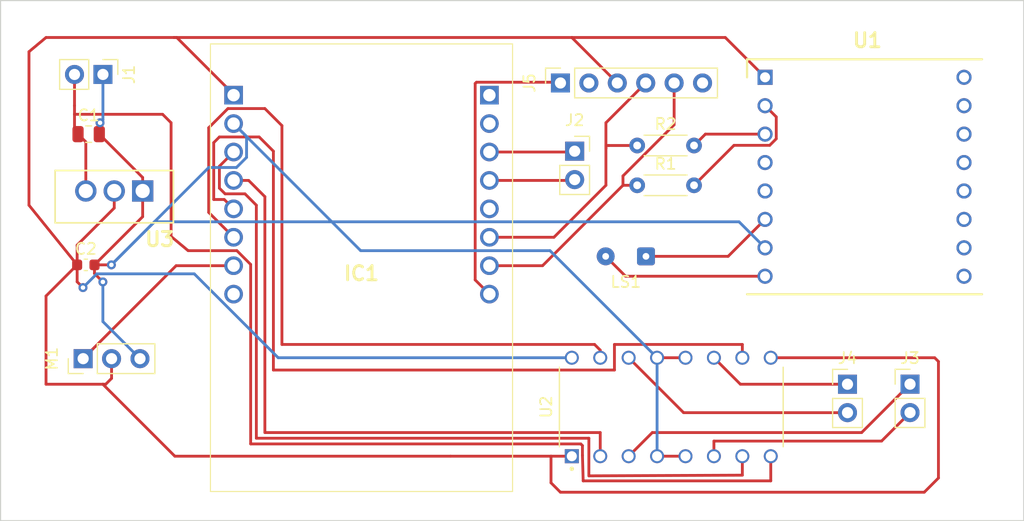
<source format=kicad_pcb>
(kicad_pcb (version 20211014) (generator pcbnew)
  (layers (0 "F.Cu" signal) (31 "B.Cu" signal) (34 "B.Paste" user) (35 "F.Paste" user) (36 "B.SilkS" user "B.Silkscreen") (37 "F.SilkS" user "F.Silkscreen") (38 "B.Mask" user) (39 "F.Mask" user) (44 "Edge.Cuts" user))
  (net 0 "")
  (net 1 "GND")
  (net 3 "Net-(IC1-Pad2)")
  (net 4 "Net-(IC1-Pad3)")
  (net 5 "Net-(IC1-Pad4)")
  (net 6 "Net-(IC1-Pad5)")
  (net 7 "Net-(IC1-Pad6)")
  (net 11 "Net-(IC1-Pad14)")
  (net 12 "Net-(IC1-Pad15)")
  (net 13 "Net-(J3-Pad1)")
  (net 14 "Net-(J4-Pad2)")
  (net 27 "Net-(U2-Pad8)")
  (net 28 "Net-(U1-Pad1)")
  (net 29 "Net-(J2-Pad1)")
  (net 30 "Net-(J2-Pad2)")
  (net 31 "Net-(J5-Pad1)")
  (net 32 "Net-(U2-Pad6)")
  (net 33 "Net-(U2-Pad11)")
  (net 34 "Net-(U1-Pad6)")
  (net 35 "Net-(U1-Pad8)")
  (net 36 "Net-(U1-Pad3)")
  (net 37 "Net-(U1-Pad2)")
  (footprint "Capacitor_SMD:C_0603_1608Metric" (layer "F.Cu") (at 119.38 97.028)
    (fp_text reference "C2" (at 0 -1.43) (layer "F.SilkS"))
    (fp_text value "1uF")
    (fp_line (start -0.14058 0.51) (end 0.14058 0.51) (layer "F.SilkS") (width 0.12))
    (fp_line (start -0.14058 -0.51) (end 0.14058 -0.51) (layer "F.SilkS") (width 0.12))
    (pad "1" smd roundrect locked (at -0.775 0) (size 0.9 0.95) (layers "F.Cu" "F.Paste" "F.Mask") (net 28 "Net-(U1-Pad1)"))
    (pad "2" smd roundrect locked (at 0.775 0) (size 0.9 0.95) (layers "F.Cu" "F.Paste" "F.Mask") (net 1 "GND"))
  )
  (footprint "Resistor_THT:R_Axial_DIN0204_L3.6mm_D1.6mm_P5.08mm_Horizontal" (layer "F.Cu") (at 168.656 89.916)
    (fp_text reference "R1" (at 2.54 -1.92) (layer "F.SilkS"))
    (fp_text value "1k")
    (fp_line (start 0.62 -0.92) (end 4.46 -0.92) (layer "F.SilkS") (width 0.12))
    (fp_line (start 0.62 0.92) (end 4.46 0.92) (layer "F.SilkS") (width 0.12))
    (pad "1" thru_hole circle locked (at 0 0) (size 1.4 1.4) (drill 0.7) (layers *.Cu *.Mask) (net 12 "Net-(IC1-Pad15)"))
    (pad "2" thru_hole oval locked (at 5.08 0) (size 1.4 1.4) (drill 0.7) (layers *.Cu *.Mask) (net 37 "Net-(U1-Pad2)"))
  )
  (footprint "Connector_PinHeader_2.54mm:PinHeader_1x02_P2.54mm_Vertical" (layer "F.Cu") (at 193.04 107.691)
    (fp_text reference "J3" (at 0 -2.33) (layer "F.SilkS"))
    (fp_text value "Conn_01x02")
    (fp_line (start -1.33 -1.33) (end 0 -1.33) (layer "F.SilkS") (width 0.12))
    (fp_line (start -1.33 1.27) (end -1.33 3.87) (layer "F.SilkS") (width 0.12))
    (fp_line (start -1.33 3.87) (end 1.33 3.87) (layer "F.SilkS") (width 0.12))
    (fp_line (start 1.33 1.27) (end 1.33 3.87) (layer "F.SilkS") (width 0.12))
    (fp_line (start -1.33 0) (end -1.33 -1.33) (layer "F.SilkS") (width 0.12))
    (fp_line (start -1.33 1.27) (end 1.33 1.27) (layer "F.SilkS") (width 0.12))
    (pad "1" thru_hole rect locked (at 0 0) (size 1.7 1.7) (drill 1) (layers *.Cu *.Mask) (net 13 "Net-(J3-Pad1)"))
    (pad "2" thru_hole oval locked (at 0 2.54) (size 1.7 1.7) (drill 1) (layers *.Cu *.Mask) (net 32 "Net-(U2-Pad6)"))
  )
  (footprint "Connector_PinHeader_2.54mm:PinHeader_1x03_P2.54mm_Vertical" (layer "F.Cu") (at 119.141 105.41 90)
    (fp_text reference "M1" (at 0 -2.794 90) (layer "F.SilkS"))
    (fp_text value "Motor_Servo")
    (fp_line (start 1.33 1.27) (end 1.33 6.41) (layer "F.SilkS") (width 0.12))
    (fp_line (start -1.33 0) (end -1.33 -1.33) (layer "F.SilkS") (width 0.12))
    (fp_line (start -1.33 1.27) (end 1.33 1.27) (layer "F.SilkS") (width 0.12))
    (fp_line (start -1.33 -1.33) (end 0 -1.33) (layer "F.SilkS") (width 0.12))
    (fp_line (start -1.33 1.27) (end -1.33 6.41) (layer "F.SilkS") (width 0.12))
    (fp_line (start -1.33 6.41) (end 1.33 6.41) (layer "F.SilkS") (width 0.12))
    (pad "1" thru_hole rect locked (at 0 0 90) (size 1.7 1.7) (drill 1) (layers *.Cu *.Mask) (net 3 "Net-(IC1-Pad2)"))
    (pad "2" thru_hole oval locked (at 0 2.54 90) (size 1.7 1.7) (drill 1) (layers *.Cu *.Mask) (net 28 "Net-(U1-Pad1)"))
    (pad "3" thru_hole oval locked (at 0 5.08 90) (size 1.7 1.7) (drill 1) (layers *.Cu *.Mask) (net 1 "GND"))
  )
  (footprint "DFR0299:DIPS1778W50P254L2100H170Q16N" (layer "F.Cu") (at 180.086 80.264)
    (fp_text reference "U1" (at 9.144 -3.302) (layer "F.SilkS") (effects (font (size 1.27 1.27) (thickness 0.254))))
    (fp_text value "DFR0299" hide)
    (fp_line (start 19.39 -1.61) (end -1.61 -1.61) (layer "F.SilkS") (width 0.2))
    (fp_line (start -1.61 -1.61) (end -1.61 0) (layer "F.SilkS") (width 0.2))
    (fp_line (start -1.61 19.39) (end 19.39 19.39) (layer "F.SilkS") (width 0.2))
    (pad "1" thru_hole rect locked (at 0 0) (size 1.35 1.35) (drill 0.9) (layers *.Cu *.Mask) (net 28 "Net-(U1-Pad1)"))
    (pad "2" thru_hole circle locked (at 0 2.54) (size 1.35 1.35) (drill 0.9) (layers *.Cu *.Mask) (net 37 "Net-(U1-Pad2)"))
    (pad "3" thru_hole circle locked (at 0 5.08) (size 1.35 1.35) (drill 0.9) (layers *.Cu *.Mask) (net 36 "Net-(U1-Pad3)"))
    (pad "4" thru_hole circle locked (at 0 7.62) (size 1.35 1.35) (drill 0.9) (layers *.Cu *.Mask))
    (pad "5" thru_hole circle locked (at 0 10.16) (size 1.35 1.35) (drill 0.9) (layers *.Cu *.Mask))
    (pad "6" thru_hole circle locked (at 0 12.7) (size 1.35 1.35) (drill 0.9) (layers *.Cu *.Mask) (net 34 "Net-(U1-Pad6)"))
    (pad "7" thru_hole circle locked (at 0 15.24) (size 1.35 1.35) (drill 0.9) (layers *.Cu *.Mask) (net 1 "GND"))
    (pad "8" thru_hole circle locked (at 0 17.78) (size 1.35 1.35) (drill 0.9) (layers *.Cu *.Mask) (net 35 "Net-(U1-Pad8)"))
    (pad "9" thru_hole circle locked (at 17.78 17.78) (size 1.35 1.35) (drill 0.9) (layers *.Cu *.Mask))
    (pad "10" thru_hole circle locked (at 17.78 15.24) (size 1.35 1.35) (drill 0.9) (layers *.Cu *.Mask))
    (pad "11" thru_hole circle locked (at 17.78 12.7) (size 1.35 1.35) (drill 0.9) (layers *.Cu *.Mask))
    (pad "12" thru_hole circle locked (at 17.78 10.16) (size 1.35 1.35) (drill 0.9) (layers *.Cu *.Mask))
    (pad "13" thru_hole circle locked (at 17.78 7.62) (size 1.35 1.35) (drill 0.9) (layers *.Cu *.Mask))
    (pad "14" thru_hole circle locked (at 17.78 5.08) (size 1.35 1.35) (drill 0.9) (layers *.Cu *.Mask))
    (pad "15" thru_hole circle locked (at 17.78 2.54) (size 1.35 1.35) (drill 0.9) (layers *.Cu *.Mask))
    (pad "16" thru_hole circle locked (at 17.78 0) (size 1.35 1.35) (drill 0.9) (layers *.Cu *.Mask))
  )
  (footprint "LM1117T-5:TO254P470X1016X2222-3P" (layer "F.Cu") (at 119.38 91.44 180)
    (fp_text reference "U3" (at -6.604 -3.302) (layer "F.SilkS") (effects (font (size 1.27 1.27) (thickness 0.254))))
    (fp_text value "LM1117-5.0" hide)
    (fp_line (start 2.7432 -1.8288) (end -7.8232 -1.8288) (layer "F.SilkS") (width 0.1524))
    (fp_line (start 2.7432 2.8448) (end 2.7432 -1.8288) (layer "F.SilkS") (width 0.1524))
    (fp_line (start -7.8232 2.8448) (end 2.7432 2.8448) (layer "F.SilkS") (width 0.1524))
    (fp_line (start -7.8232 -1.8288) (end -7.8232 2.8448) (layer "F.SilkS") (width 0.1524))
    (pad "1" thru_hole rect locked (at -5.08 1.016 180) (size 1.905 1.905) (drill 1.27) (layers *.Cu *.Mask) (net 1 "GND"))
    (pad "2" thru_hole circle locked (at -2.54 1.016 180) (size 1.905 1.905) (drill 1.27) (layers *.Cu *.Mask) (net 28 "Net-(U1-Pad1)"))
    (pad "3" thru_hole circle locked (at 0 1.016 180) (size 1.905 1.905) (drill 1.27) (layers *.Cu *.Mask) (net 27 "Net-(U2-Pad8)"))
  )
  (footprint "ESP32CAM:ESP32CAM" (layer "F.Cu") (at 132.588 99.642)
    (fp_text reference "IC1" (at 11.43 -1.852) (layer "F.SilkS") (effects (font (size 1.27 1.27) (thickness 0.254))))
    (fp_text value "ESP32-CAM" hide)
    (fp_line (start 24.93 -22.36) (end -2.07 -22.36) (layer "F.SilkS") (width 0.1))
    (fp_line (start -2.07 -22.36) (end -2.07 17.64) (layer "F.SilkS") (width 0.1))
    (fp_line (start -2.07 17.64) (end 24.93 17.64) (layer "F.SilkS") (width 0.1))
    (fp_line (start 24.93 17.64) (end 24.93 -22.36) (layer "F.SilkS") (width 0.1))
    (pad "1" thru_hole circle locked (at 0 0) (size 1.665 1.665) (drill 1.11) (layers *.Cu *.Mask))
    (pad "2" thru_hole circle locked (at 0 -2.54) (size 1.665 1.665) (drill 1.11) (layers *.Cu *.Mask) (net 3 "Net-(IC1-Pad2)"))
    (pad "3" thru_hole circle locked (at 0 -5.08) (size 1.665 1.665) (drill 1.11) (layers *.Cu *.Mask) (net 4 "Net-(IC1-Pad3)"))
    (pad "4" thru_hole circle locked (at 0 -7.62) (size 1.665 1.665) (drill 1.11) (layers *.Cu *.Mask) (net 5 "Net-(IC1-Pad4)"))
    (pad "5" thru_hole circle locked (at 0 -10.16) (size 1.665 1.665) (drill 1.11) (layers *.Cu *.Mask) (net 6 "Net-(IC1-Pad5)"))
    (pad "6" thru_hole circle locked (at 0 -12.7) (size 1.665 1.665) (drill 1.11) (layers *.Cu *.Mask) (net 7 "Net-(IC1-Pad6)"))
    (pad "7" thru_hole circle locked (at 0 -15.24) (size 1.665 1.665) (drill 1.11) (layers *.Cu *.Mask) (net 1 "GND"))
    (pad "8" thru_hole rect locked (at 0 -17.78) (size 1.665 1.665) (drill 1.11) (layers *.Cu *.Mask) (net 28 "Net-(U1-Pad1)"))
    (pad "9" thru_hole rect locked (at 22.86 -17.78) (size 1.665 1.665) (drill 1.11) (layers *.Cu *.Mask))
    (pad "10" thru_hole circle locked (at 22.86 -15.24) (size 1.665 1.665) (drill 1.11) (layers *.Cu *.Mask))
    (pad "11" thru_hole circle locked (at 22.86 -12.7) (size 1.665 1.665) (drill 1.11) (layers *.Cu *.Mask) (net 29 "Net-(J2-Pad1)"))
    (pad "12" thru_hole circle locked (at 22.86 -10.16) (size 1.665 1.665) (drill 1.11) (layers *.Cu *.Mask) (net 30 "Net-(J2-Pad2)"))
    (pad "13" thru_hole circle locked (at 22.86 -7.62) (size 1.665 1.665) (drill 1.11) (layers *.Cu *.Mask))
    (pad "14" thru_hole circle locked (at 22.86 -5.08) (size 1.665 1.665) (drill 1.11) (layers *.Cu *.Mask) (net 11 "Net-(IC1-Pad14)"))
    (pad "15" thru_hole circle locked (at 22.86 -2.54) (size 1.665 1.665) (drill 1.11) (layers *.Cu *.Mask) (net 12 "Net-(IC1-Pad15)"))
    (pad "16" thru_hole circle locked (at 22.86 0) (size 1.665 1.665) (drill 1.11) (layers *.Cu *.Mask) (net 31 "Net-(J5-Pad1)"))
  )
  (footprint "Connector_PinHeader_2.54mm:PinHeader_1x02_P2.54mm_Vertical" (layer "F.Cu") (at 187.452 107.696)
    (fp_text reference "J4" (at 0 -2.33) (layer "F.SilkS"))
    (fp_text value "Conn_01x02")
    (fp_line (start -1.33 1.27) (end -1.33 3.87) (layer "F.SilkS") (width 0.12))
    (fp_line (start 1.33 1.27) (end 1.33 3.87) (layer "F.SilkS") (width 0.12))
    (fp_line (start -1.33 1.27) (end 1.33 1.27) (layer "F.SilkS") (width 0.12))
    (fp_line (start -1.33 -1.33) (end 0 -1.33) (layer "F.SilkS") (width 0.12))
    (fp_line (start -1.33 0) (end -1.33 -1.33) (layer "F.SilkS") (width 0.12))
    (fp_line (start -1.33 3.87) (end 1.33 3.87) (layer "F.SilkS") (width 0.12))
    (pad "1" thru_hole rect locked (at 0 0) (size 1.7 1.7) (drill 1) (layers *.Cu *.Mask) (net 33 "Net-(U2-Pad11)"))
    (pad "2" thru_hole oval locked (at 0 2.54) (size 1.7 1.7) (drill 1) (layers *.Cu *.Mask) (net 14 "Net-(J4-Pad2)"))
  )
  (footprint "Connector_PinSocket_2.54mm:PinSocket_1x02_P2.54mm_Vertical" (layer "F.Cu") (at 163.068 86.868)
    (fp_text reference "J2" (at 0 -2.77) (layer "F.SilkS"))
    (fp_text value "Conn_01x02_Female")
    (fp_line (start -1.33 3.87) (end 1.33 3.87) (layer "F.SilkS") (width 0.12))
    (fp_line (start 1.33 1.27) (end 1.33 3.87) (layer "F.SilkS") (width 0.12))
    (fp_line (start 1.33 -1.33) (end 1.33 0) (layer "F.SilkS") (width 0.12))
    (fp_line (start 0 -1.33) (end 1.33 -1.33) (layer "F.SilkS") (width 0.12))
    (fp_line (start -1.33 1.27) (end -1.33 3.87) (layer "F.SilkS") (width 0.12))
    (fp_line (start -1.33 1.27) (end 1.33 1.27) (layer "F.SilkS") (width 0.12))
    (pad "1" thru_hole rect locked (at 0 0) (size 1.7 1.7) (drill 1) (layers *.Cu *.Mask) (net 29 "Net-(J2-Pad1)"))
    (pad "2" thru_hole oval locked (at 0 2.54) (size 1.7 1.7) (drill 1) (layers *.Cu *.Mask) (net 30 "Net-(J2-Pad2)"))
  )
  (footprint "Connector_Wire:SolderWire-0.1sqmm_1x02_P3.6mm_D0.4mm_OD1mm" (layer "F.Cu") (at 169.44 96.266 180)
    (fp_text reference "LS1" (at 1.8 -2.286) (layer "F.SilkS"))
    (fp_text value "Speaker")
    (pad "1" thru_hole roundrect locked (at 0 0 180) (size 1.6 1.6) (drill 0.6) (layers *.Cu *.Mask) (roundrect_rratio 0.15625) (net 34 "Net-(U1-Pad6)"))
    (pad "2" thru_hole circle locked (at 3.6 0 180) (size 1.6 1.6) (drill 0.6) (layers *.Cu *.Mask) (net 35 "Net-(U1-Pad8)"))
  )
  (footprint "Resistor_THT:R_Axial_DIN0204_L3.6mm_D1.6mm_P5.08mm_Horizontal" (layer "F.Cu") (at 168.656 86.36)
    (fp_text reference "R2" (at 2.54 -1.92) (layer "F.SilkS"))
    (fp_text value "1k")
    (fp_line (start 0.62 -0.92) (end 4.46 -0.92) (layer "F.SilkS") (width 0.12))
    (fp_line (start 0.62 0.92) (end 4.46 0.92) (layer "F.SilkS") (width 0.12))
    (pad "1" thru_hole circle locked (at 0 0) (size 1.4 1.4) (drill 0.7) (layers *.Cu *.Mask) (net 11 "Net-(IC1-Pad14)"))
    (pad "2" thru_hole oval locked (at 5.08 0) (size 1.4 1.4) (drill 0.7) (layers *.Cu *.Mask) (net 36 "Net-(U1-Pad3)"))
  )
  (footprint "Capacitor_SMD:C_0805_2012Metric" (layer "F.Cu") (at 119.634 85.344)
    (fp_text reference "C1" (at 0 -1.68) (layer "F.SilkS"))
    (fp_text value "10uF")
    (fp_line (start -0.261252 -0.735) (end 0.261252 -0.735) (layer "F.SilkS") (width 0.12))
    (fp_line (start -0.261252 0.735) (end 0.261252 0.735) (layer "F.SilkS") (width 0.12))
    (pad "1" smd roundrect locked (at -0.95 0) (size 1 1.45) (layers "F.Cu" "F.Paste" "F.Mask") (net 27 "Net-(U2-Pad8)"))
    (pad "2" smd roundrect locked (at 0.95 0) (size 1 1.45) (layers "F.Cu" "F.Paste" "F.Mask") (net 1 "GND"))
  )
  (footprint "Connector_PinHeader_2.54mm:PinHeader_1x02_P2.54mm_Vertical" (layer "F.Cu") (at 120.909 80.01 -90)
    (fp_text reference "J1" (at 0 -2.33 90) (layer "F.SilkS"))
    (fp_text value "Conn_01x02")
    (fp_line (start 1.33 1.27) (end 1.33 3.87) (layer "F.SilkS") (width 0.12))
    (fp_line (start -1.33 -1.33) (end 0 -1.33) (layer "F.SilkS") (width 0.12))
    (fp_line (start -1.33 3.87) (end 1.33 3.87) (layer "F.SilkS") (width 0.12))
    (fp_line (start -1.33 1.27) (end -1.33 3.87) (layer "F.SilkS") (width 0.12))
    (fp_line (start -1.33 1.27) (end 1.33 1.27) (layer "F.SilkS") (width 0.12))
    (fp_line (start -1.33 0) (end -1.33 -1.33) (layer "F.SilkS") (width 0.12))
    (pad "1" thru_hole rect locked (at 0 0 270) (size 1.7 1.7) (drill 1) (layers *.Cu *.Mask) (net 1 "GND"))
    (pad "2" thru_hole oval locked (at 0 2.54 270) (size 1.7 1.7) (drill 1) (layers *.Cu *.Mask) (net 27 "Net-(U2-Pad8)"))
  )
  (footprint "Connector_PinSocket_2.54mm:PinSocket_1x06_P2.54mm_Vertical" (layer "F.Cu") (at 161.798 80.772 90)
    (fp_text reference "J5" (at 0 -2.77 90) (layer "F.SilkS"))
    (fp_text value "Conn_01x06_Female")
    (fp_line (start 1.33 1.27) (end 1.33 14.03) (layer "F.SilkS") (width 0.12))
    (fp_line (start -1.33 1.27) (end -1.33 14.03) (layer "F.SilkS") (width 0.12))
    (fp_line (start -1.33 1.27) (end 1.33 1.27) (layer "F.SilkS") (width 0.12))
    (fp_line (start 1.33 -1.33) (end 1.33 0) (layer "F.SilkS") (width 0.12))
    (fp_line (start -1.33 14.03) (end 1.33 14.03) (layer "F.SilkS") (width 0.12))
    (fp_line (start 0 -1.33) (end 1.33 -1.33) (layer "F.SilkS") (width 0.12))
    (pad "1" thru_hole rect locked (at 0 0 90) (size 1.7 1.7) (drill 1) (layers *.Cu *.Mask) (net 31 "Net-(J5-Pad1)"))
    (pad "2" thru_hole oval locked (at 0 2.54 90) (size 1.7 1.7) (drill 1) (layers *.Cu *.Mask))
    (pad "3" thru_hole oval locked (at 0 5.08 90) (size 1.7 1.7) (drill 1) (layers *.Cu *.Mask) (net 28 "Net-(U1-Pad1)"))
    (pad "4" thru_hole oval locked (at 0 7.62 90) (size 1.7 1.7) (drill 1) (layers *.Cu *.Mask) (net 11 "Net-(IC1-Pad14)"))
    (pad "5" thru_hole oval locked (at 0 10.16 90) (size 1.7 1.7) (drill 1) (layers *.Cu *.Mask) (net 12 "Net-(IC1-Pad15)"))
    (pad "6" thru_hole oval locked (at 0 12.7 90) (size 1.7 1.7) (drill 1) (layers *.Cu *.Mask))
  )
  (footprint "LD293D:DIP880W50P254L2000H510Q16" (layer "F.Cu") (at 171.704 109.728 90)
    (fp_text reference "U2" (at 0 -11.176 90) (layer "F.SilkS"))
    (fp_text value "L293D")
    (fp_line (start -3.55 -10) (end 3.55 -10) (layer "F.SilkS") (width 0.127))
    (fp_line (start -3.55 10) (end 3.55 10) (layer "F.SilkS") (width 0.127))
    (fp_circle (center -5.525 -8.89) (end -5.425 -8.89) (layer "F.SilkS") (width 0.2) (fill none))
    (pad "1" thru_hole rect locked (at -4.4 -8.89 90) (size 1.25 1.25) (drill 0.9) (layers *.Cu *.Mask) (net 28 "Net-(U1-Pad1)"))
    (pad "2" thru_hole circle locked (at -4.4 -6.35 90) (size 1.25 1.25) (drill 0.9) (layers *.Cu *.Mask) (net 6 "Net-(IC1-Pad5)"))
    (pad "3" thru_hole circle locked (at -4.4 -3.81 90) (size 1.25 1.25) (drill 0.9) (layers *.Cu *.Mask) (net 13 "Net-(J3-Pad1)"))
    (pad "4" thru_hole circle locked (at -4.4 -1.27 90) (size 1.25 1.25) (drill 0.9) (layers *.Cu *.Mask) (net 1 "GND"))
    (pad "5" thru_hole circle locked (at -4.4 1.27 90) (size 1.25 1.25) (drill 0.9) (layers *.Cu *.Mask) (net 1 "GND"))
    (pad "6" thru_hole circle locked (at -4.4 3.81 90) (size 1.25 1.25) (drill 0.9) (layers *.Cu *.Mask) (net 32 "Net-(U2-Pad6)"))
    (pad "7" thru_hole circle locked (at -4.4 6.35 90) (size 1.25 1.25) (drill 0.9) (layers *.Cu *.Mask) (net 7 "Net-(IC1-Pad6)"))
    (pad "8" thru_hole circle locked (at -4.4 8.89 90) (size 1.25 1.25) (drill 0.9) (layers *.Cu *.Mask) (net 27 "Net-(U2-Pad8)"))
    (pad "9" thru_hole circle locked (at 4.4 8.89 90) (size 1.25 1.25) (drill 0.9) (layers *.Cu *.Mask) (net 28 "Net-(U1-Pad1)"))
    (pad "10" thru_hole circle locked (at 4.4 6.35 90) (size 1.25 1.25) (drill 0.9) (layers *.Cu *.Mask) (net 5 "Net-(IC1-Pad4)"))
    (pad "11" thru_hole circle locked (at 4.4 3.81 90) (size 1.25 1.25) (drill 0.9) (layers *.Cu *.Mask) (net 33 "Net-(U2-Pad11)"))
    (pad "12" thru_hole circle locked (at 4.4 1.27 90) (size 1.25 1.25) (drill 0.9) (layers *.Cu *.Mask) (net 1 "GND"))
    (pad "13" thru_hole circle locked (at 4.4 -1.27 90) (size 1.25 1.25) (drill 0.9) (layers *.Cu *.Mask) (net 1 "GND"))
    (pad "14" thru_hole circle locked (at 4.4 -3.81 90) (size 1.25 1.25) (drill 0.9) (layers *.Cu *.Mask) (net 14 "Net-(J4-Pad2)"))
    (pad "15" thru_hole circle locked (at 4.4 -6.35 90) (size 1.25 1.25) (drill 0.9) (layers *.Cu *.Mask) (net 4 "Net-(IC1-Pad3)"))
    (pad "16" thru_hole circle locked (at 4.4 -8.89 90) (size 1.25 1.25) (drill 0.9) (layers *.Cu *.Mask) (net 28 "Net-(U1-Pad1)"))
  )
  (gr_line (start 111.76 119.888) (end 111.76 73.406) (layer "Edge.Cuts") (width 0.1))
  (gr_line (start 111.76 73.406) (end 203.2 73.406) (layer "Edge.Cuts") (width 0.1))
  (gr_line (start 203.2 73.406) (end 203.2 119.888) (layer "Edge.Cuts") (width 0.1))
  (gr_line (start 203.2 119.888) (end 111.76 119.888) (layer "Edge.Cuts") (width 0.1))
  (segment (start 124.46 92.723) (end 120.155 97.028) (width 0.25) (layer "F.Cu") (net 1))
  (segment (start 120.155 97.028) (end 120.155 97.803) (width 0.25) (layer "F.Cu") (net 1))
  (segment (start 124.46 89.22) (end 124.46 90.424) (width 0.25) (layer "F.Cu") (net 1))
  (segment (start 170.434 114.128) (end 172.974 114.128) (width 0.25) (layer "F.Cu") (net 1))
  (segment (start 120.584 84.394) (end 120.65 84.328) (width 0.25) (layer "F.Cu") (net 1))
  (segment (start 120.909 85.019) (end 120.584 85.344) (width 0.25) (layer "F.Cu") (net 1))
  (segment (start 124.46 90.424) (end 124.46 92.723) (width 0.25) (layer "F.Cu") (net 1))
  (segment (start 120.584 85.344) (end 120.584 84.394) (width 0.25) (layer "F.Cu") (net 1))
  (segment (start 120.155 96.835) (end 120.155 97.028) (width 0.25) (layer "F.Cu") (net 1))
  (segment (start 120.155 97.028) (end 121.666 97.028) (width 0.25) (layer "F.Cu") (net 1))
  (segment (start 120.584 85.344) (end 124.46 89.22) (width 0.25) (layer "F.Cu") (net 1))
  (segment (start 170.434 105.328) (end 172.974 105.328) (width 0.25) (layer "F.Cu") (net 1))
  (segment (start 120.155 97.803) (end 120.904 98.552) (width 0.25) (layer "F.Cu") (net 1))
  (via (at 120.904 98.552) (size 0.8) (drill 0.4) (layers "F.Cu" "B.Cu") (net 1))
  (via (at 121.666 97.028) (size 0.8) (drill 0.4) (layers "F.Cu" "B.Cu") (net 1))
  (via (at 120.65 84.328) (size 0.8) (drill 0.4) (layers "F.Cu" "B.Cu") (net 1))
  (segment (start 120.65 84.328) (end 120.909 84.069) (width 0.25) (layer "B.Cu") (net 1))
  (segment (start 130.369011 88.324989) (end 132.841273 88.324989) (width 0.25) (layer "B.Cu") (net 1))
  (segment (start 132.841273 88.324989) (end 133.745011 87.421251) (width 0.25) (layer "B.Cu") (net 1))
  (segment (start 177.761011 93.179011) (end 125.514989 93.179011) (width 0.25) (layer "B.Cu") (net 1))
  (segment (start 120.904 102.093) (end 124.221 105.41) (width 0.25) (layer "B.Cu") (net 1))
  (segment (start 120.909 84.069) (end 120.909 80.01) (width 0.25) (layer "B.Cu") (net 1))
  (segment (start 180.086 95.504) (end 177.761011 93.179011) (width 0.25) (layer "B.Cu") (net 1))
  (segment (start 170.434 114.128) (end 170.434 105.328) (width 0.25) (layer "B.Cu") (net 1))
  (segment (start 133.745011 85.559011) (end 132.588 84.402) (width 0.25) (layer "B.Cu") (net 1))
  (segment (start 160.864 95.758) (end 143.944 95.758) (width 0.25) (layer "B.Cu") (net 1))
  (segment (start 143.944 95.758) (end 132.588 84.402) (width 0.25) (layer "B.Cu") (net 1))
  (segment (start 121.666 97.028) (end 130.369011 88.324989) (width 0.25) (layer "B.Cu") (net 1))
  (segment (start 125.514989 93.179011) (end 121.666 97.028) (width 0.25) (layer "B.Cu") (net 1))
  (segment (start 120.904 98.552) (end 120.904 102.093) (width 0.25) (layer "B.Cu") (net 1))
  (segment (start 170.434 105.328) (end 160.864 95.758) (width 0.25) (layer "B.Cu") (net 1))
  (segment (start 133.745011 87.421251) (end 133.745011 85.559011) (width 0.25) (layer "B.Cu") (net 1))
  (segment (start 127.449 97.102) (end 132.588 97.102) (width 0.25) (layer "F.Cu") (net 3))
  (segment (start 119.141 105.41) (end 127.449 97.102) (width 0.25) (layer "F.Cu") (net 3))
  (segment (start 130.36048 84.77752) (end 132.08 83.058) (width 0.25) (layer "F.Cu") (net 4))
  (segment (start 132.08 83.058) (end 135.382 83.058) (width 0.25) (layer "F.Cu") (net 4))
  (segment (start 136.906 84.582) (end 136.906 104.14) (width 0.25) (layer "F.Cu") (net 4))
  (segment (start 132.588 94.562) (end 130.36048 92.33448) (width 0.25) (layer "F.Cu") (net 4))
  (segment (start 165.354 104.648) (end 165.354 105.328) (width 0.25) (layer "F.Cu") (net 4))
  (segment (start 164.846 104.14) (end 165.354 104.648) (width 0.25) (layer "F.Cu") (net 4))
  (segment (start 136.906 104.14) (end 164.846 104.14) (width 0.25) (layer "F.Cu") (net 4))
  (segment (start 135.382 83.058) (end 136.906 84.582) (width 0.25) (layer "F.Cu") (net 4))
  (segment (start 130.36048 92.33448) (end 130.36048 84.77752) (width 0.25) (layer "F.Cu") (net 4))
  (segment (start 130.81 91.186) (end 131.752 91.186) (width 0.25) (layer "F.Cu") (net 5))
  (segment (start 134.874 85.598) (end 131.318 85.598) (width 0.25) (layer "F.Cu") (net 5))
  (segment (start 131.752 91.186) (end 132.588 92.022) (width 0.25) (layer "F.Cu") (net 5))
  (segment (start 136.144 86.868) (end 134.874 85.598) (width 0.25) (layer "F.Cu") (net 5))
  (segment (start 131.318 85.598) (end 130.81 86.106) (width 0.25) (layer "F.Cu") (net 5))
  (segment (start 178.054 105.328) (end 178.054 104.14) (width 0.25) (layer "F.Cu") (net 5))
  (segment (start 166.624 104.14) (end 166.624 106.426) (width 0.25) (layer "F.Cu") (net 5))
  (segment (start 136.144 106.426) (end 136.144 86.868) (width 0.25) (layer "F.Cu") (net 5))
  (segment (start 178.054 104.14) (end 166.624 104.14) (width 0.25) (layer "F.Cu") (net 5))
  (segment (start 130.81 86.106) (end 130.81 91.186) (width 0.25) (layer "F.Cu") (net 5))
  (segment (start 166.624 106.426) (end 136.144 106.426) (width 0.25) (layer "F.Cu") (net 5))
  (segment (start 165.354 114.128) (end 165.354 112.014) (width 0.25) (layer "F.Cu") (net 6))
  (segment (start 165.354 112.014) (end 135.382 112.014) (width 0.25) (layer "F.Cu") (net 6))
  (segment (start 135.382 90.932) (end 133.932 89.482) (width 0.25) (layer "F.Cu") (net 6))
  (segment (start 133.932 89.482) (end 132.588 89.482) (width 0.25) (layer "F.Cu") (net 6))
  (segment (start 135.382 112.014) (end 135.382 90.932) (width 0.25) (layer "F.Cu") (net 6))
  (segment (start 131.826 90.678) (end 131.318 90.17) (width 0.25) (layer "F.Cu") (net 7))
  (segment (start 131.318 88.212) (end 132.588 86.942) (width 0.25) (layer "F.Cu") (net 7))
  (segment (start 178.054 114.128) (end 178.054 115.824) (width 0.25) (layer "F.Cu") (net 7))
  (segment (start 133.604 90.678) (end 131.826 90.678) (width 0.25) (layer "F.Cu") (net 7))
  (segment (start 164.338 115.88248) (end 164.338 112.522) (width 0.25) (layer "F.Cu") (net 7))
  (segment (start 131.318 90.17) (end 131.318 88.212) (width 0.25) (layer "F.Cu") (net 7))
  (segment (start 164.338 112.522) (end 134.62 112.522) (width 0.25) (layer "F.Cu") (net 7))
  (segment (start 134.62 112.522) (end 134.62 91.694) (width 0.25) (layer "F.Cu") (net 7))
  (segment (start 134.62 91.694) (end 133.604 90.678) (width 0.25) (layer "F.Cu") (net 7))
  (segment (start 178.054 115.824) (end 164.338 115.88248) (width 0.25) (layer "F.Cu") (net 7))
  (segment (start 165.862 86.614) (end 165.862 86.36) (width 0.25) (layer "F.Cu") (net 11))
  (segment (start 165.862 89.916) (end 165.862 86.614) (width 0.25) (layer "F.Cu") (net 11))
  (segment (start 161.216 94.562) (end 165.862 89.916) (width 0.25) (layer "F.Cu") (net 11))
  (segment (start 165.862 84.328) (end 165.862 86.614) (width 0.25) (layer "F.Cu") (net 11))
  (segment (start 169.418 80.772) (end 165.862 84.328) (width 0.25) (layer "F.Cu") (net 11))
  (segment (start 165.862 86.36) (end 166.116 86.36) (width 0.25) (layer "F.Cu") (net 11))
  (segment (start 166.116 86.36) (end 168.656 86.36) (width 0.25) (layer "F.Cu") (net 11))
  (segment (start 155.448 94.562) (end 161.216 94.562) (width 0.25) (layer "F.Cu") (net 11))
  (segment (start 171.958 84.506878) (end 167.386 89.078878) (width 0.25) (layer "F.Cu") (net 12))
  (segment (start 167.386 89.916) (end 168.656 89.916) (width 0.25) (layer "F.Cu") (net 12))
  (segment (start 160.2 97.102) (end 167.386 89.916) (width 0.25) (layer "F.Cu") (net 12))
  (segment (start 167.386 89.078878) (end 167.386 89.916) (width 0.25) (layer "F.Cu") (net 12))
  (segment (start 171.958 80.772) (end 171.958 84.506878) (width 0.25) (layer "F.Cu") (net 12))
  (segment (start 155.448 97.102) (end 160.2 97.102) (width 0.25) (layer "F.Cu") (net 12))
  (segment (start 170.008 112.014) (end 167.894 114.128) (width 0.25) (layer "F.Cu") (net 13))
  (segment (start 188.717 112.014) (end 170.008 112.014) (width 0.25) (layer "F.Cu") (net 13))
  (segment (start 193.04 107.691) (end 188.717 112.014) (width 0.25) (layer "F.Cu") (net 13))
  (segment (start 172.802 110.236) (end 167.894 105.328) (width 0.25) (layer "F.Cu") (net 14))
  (segment (start 187.452 110.236) (end 172.802 110.236) (width 0.25) (layer "F.Cu") (net 14))
  (segment (start 127 94.488) (end 127 84.328) (width 0.25) (layer "F.Cu") (net 27))
  (segment (start 163.83 116.332) (end 163.763511 114.046) (width 0.25) (layer "F.Cu") (net 27))
  (segment (start 126.243 83.571) (end 118.369 83.571) (width 0.25) (layer "F.Cu") (net 27))
  (segment (start 132.880262 95.758) (end 128.524 95.758) (width 0.25) (layer "F.Cu") (net 27))
  (segment (start 134.112 113.03) (end 134.112 96.989738) (width 0.25) (layer "F.Cu") (net 27))
  (segment (start 180.594 116.332) (end 163.83 116.332) (width 0.25) (layer "F.Cu") (net 27))
  (segment (start 180.594 114.128) (end 180.594 116.332) (width 0.25) (layer "F.Cu") (net 27))
  (segment (start 134.112 96.989738) (end 132.880262 95.758) (width 0.25) (layer "F.Cu") (net 27))
  (segment (start 118.369 82.799) (end 118.369 83.571) (width 0.25) (layer "F.Cu") (net 27))
  (segment (start 163.763511 113.178489) (end 163.615022 113.03) (width 0.25) (layer "F.Cu") (net 27))
  (segment (start 118.369 85.029) (end 118.684 85.344) (width 0.25) (layer "F.Cu") (net 27))
  (segment (start 127 84.328) (end 126.243 83.571) (width 0.25) (layer "F.Cu") (net 27))
  (segment (start 119.38 86.04) (end 119.38 90.424) (width 0.25) (layer "F.Cu") (net 27))
  (segment (start 118.684 85.344) (end 119.38 86.04) (width 0.25) (layer "F.Cu") (net 27))
  (segment (start 118.369 80.01) (end 118.369 82.799) (width 0.25) (layer "F.Cu") (net 27))
  (segment (start 118.369 83.571) (end 118.369 85.029) (width 0.25) (layer "F.Cu") (net 27))
  (segment (start 163.763511 114.046) (end 163.763511 113.178489) (width 0.25) (layer "F.Cu") (net 27))
  (segment (start 163.615022 113.03) (end 134.112 113.03) (width 0.25) (layer "F.Cu") (net 27))
  (segment (start 128.524 95.758) (end 127 94.488) (width 0.25) (layer "F.Cu") (net 27))
  (segment (start 195.58 116.078) (end 194.31 117.348) (width 0.25) (layer "F.Cu") (net 28))
  (segment (start 132.588 81.788) (end 132.588 81.862) (width 0.25) (layer "F.Cu") (net 28))
  (segment (start 151.974 114.128) (end 127.336 114.128) (width 0.25) (layer "F.Cu") (net 28))
  (segment (start 160.954 114.128) (end 151.974 114.128) (width 0.25) (layer "F.Cu") (net 28))
  (segment (start 166.878 80.772) (end 162.814 76.708) (width 0.25) (layer "F.Cu") (net 28))
  (segment (start 120.904 107.696) (end 115.824 107.696) (width 0.25) (layer "F.Cu") (net 28))
  (segment (start 162.814 114.128) (end 160.954 114.128) (width 0.25) (layer "F.Cu") (net 28))
  (segment (start 180.594 105.328) (end 195.244 105.328) (width 0.25) (layer "F.Cu") (net 28))
  (segment (start 115.824 107.696) (end 115.824 99.809) (width 0.25) (layer "F.Cu") (net 28))
  (segment (start 121.92 90.424) (end 121.92 91.948) (width 0.25) (layer "F.Cu") (net 28))
  (segment (start 127.254 76.708) (end 127.508 76.708) (width 0.25) (layer "F.Cu") (net 28))
  (segment (start 161.798 117.348) (end 160.954 116.504) (width 0.25) (layer "F.Cu") (net 28))
  (segment (start 176.53 76.708) (end 162.814 76.708) (width 0.25) (layer "F.Cu") (net 28))
  (segment (start 180.086 80.264) (end 176.53 76.708) (width 0.25) (layer "F.Cu") (net 28))
  (segment (start 127.254 76.708) (end 115.824 76.708) (width 0.25) (layer "F.Cu") (net 28))
  (segment (start 127.336 114.128) (end 120.904 107.696) (width 0.25) (layer "F.Cu") (net 28))
  (segment (start 162.814 76.708) (end 127.254 76.708) (width 0.25) (layer "F.Cu") (net 28))
  (segment (start 121.158 107.696) (end 120.904 107.696) (width 0.25) (layer "F.Cu") (net 28))
  (segment (start 114.3 77.978) (end 114.3 91.694) (width 0.25) (layer "F.Cu") (net 28))
  (segment (start 115.824 99.809) (end 118.605 97.028) (width 0.25) (layer "F.Cu") (net 28))
  (segment (start 115.824 76.708) (end 114.3 77.978) (width 0.25) (layer "F.Cu") (net 28))
  (segment (start 118.605 97.028) (end 118.605 98.539) (width 0.25) (layer "F.Cu") (net 28))
  (segment (start 121.681 105.41) (end 121.681 107.173) (width 0.25) (layer "F.Cu") (net 28))
  (segment (start 195.244 105.328) (end 195.58 105.664) (width 0.25) (layer "F.Cu") (net 28))
  (segment (start 194.31 117.348) (end 161.798 117.348) (width 0.25) (layer "F.Cu") (net 28))
  (segment (start 118.605 98.539) (end 119.126 99.06) (width 0.25) (layer "F.Cu") (net 28))
  (segment (start 114.3 91.694) (end 118.605 97.028) (width 0.25) (layer "F.Cu") (net 28))
  (segment (start 121.681 107.173) (end 121.158 107.696) (width 0.25) (layer "F.Cu") (net 28))
  (segment (start 121.92 91.948) (end 118.605 95.263) (width 0.25) (layer "F.Cu") (net 28))
  (segment (start 195.58 105.664) (end 195.58 116.078) (width 0.25) (layer "F.Cu") (net 28))
  (segment (start 127.508 76.708) (end 132.588 81.788) (width 0.25) (layer "F.Cu") (net 28))
  (segment (start 118.605 95.263) (end 118.605 96.507) (width 0.25) (layer "F.Cu") (net 28))
  (segment (start 118.605 96.507) (end 118.605 97.028) (width 0.25) (layer "F.Cu") (net 28))
  (segment (start 160.954 116.504) (end 160.954 114.128) (width 0.25) (layer "F.Cu") (net 28))
  (via (at 119.126 99.06) (size 0.8) (drill 0.4) (layers "F.Cu" "B.Cu") (net 28))
  (segment (start 119.126 99.06) (end 120.358511 97.827489) (width 0.25) (layer "B.Cu") (net 28))
  (segment (start 129.069489 97.827489) (end 136.57 105.328) (width 0.25) (layer "B.Cu") (net 28))
  (segment (start 120.358511 97.827489) (end 129.069489 97.827489) (width 0.25) (layer "B.Cu") (net 28))
  (segment (start 136.57 105.328) (end 162.814 105.328) (width 0.25) (layer "B.Cu") (net 28))
  (segment (start 162.994 86.942) (end 163.068 86.868) (width 0.25) (layer "F.Cu") (net 29))
  (segment (start 155.448 86.942) (end 162.994 86.942) (width 0.25) (layer "F.Cu") (net 29))
  (segment (start 162.994 89.482) (end 163.068 89.408) (width 0.25) (layer "F.Cu") (net 30))
  (segment (start 155.448 89.482) (end 162.994 89.482) (width 0.25) (layer "F.Cu") (net 30))
  (segment (start 161.798 80.772) (end 161.730989 80.704989) (width 0.25) (layer "F.Cu") (net 31))
  (segment (start 161.730989 80.704989) (end 154.290989 80.704989) (width 0.25) (layer "F.Cu") (net 31))
  (segment (start 154.178 80.817978) (end 154.178 98.372) (width 0.25) (layer "F.Cu") (net 31))
  (segment (start 154.290989 80.704989) (end 154.178 80.817978) (width 0.25) (layer "F.Cu") (net 31))
  (segment (start 154.178 98.372) (end 155.448 99.642) (width 0.25) (layer "F.Cu") (net 31))
  (segment (start 193.04 110.231) (end 190.495 112.776) (width 0.25) (layer "F.Cu") (net 32))
  (segment (start 175.514 112.776) (end 175.514 114.128) (width 0.25) (layer "F.Cu") (net 32))
  (segment (start 190.495 112.776) (end 175.514 112.776) (width 0.25) (layer "F.Cu") (net 32))
  (segment (start 187.452 107.696) (end 177.882 107.696) (width 0.25) (layer "F.Cu") (net 33))
  (segment (start 177.882 107.696) (end 175.514 105.328) (width 0.25) (layer "F.Cu") (net 33))
  (segment (start 176.784 96.266) (end 180.086 92.964) (width 0.25) (layer "F.Cu") (net 34))
  (segment (start 169.44 96.266) (end 176.784 96.266) (width 0.25) (layer "F.Cu") (net 34))
  (segment (start 167.618 98.044) (end 180.086 98.044) (width 0.25) (layer "F.Cu") (net 35))
  (segment (start 165.84 96.266) (end 167.618 98.044) (width 0.25) (layer "F.Cu") (net 35))
  (segment (start 174.752 85.344) (end 180.086 85.344) (width 0.25) (layer "F.Cu") (net 36))
  (segment (start 173.736 86.36) (end 174.752 85.344) (width 0.25) (layer "F.Cu") (net 36))
  (segment (start 173.736 89.916) (end 177.308489 86.343511) (width 0.25) (layer "F.Cu") (net 37))
  (segment (start 180.500012 86.343511) (end 181.085511 85.758012) (width 0.25) (layer "F.Cu") (net 37))
  (segment (start 181.085511 85.758012) (end 181.085511 83.803511) (width 0.25) (layer "F.Cu") (net 37))
  (segment (start 181.085511 83.803511) (end 180.086 82.804) (width 0.25) (layer "F.Cu") (net 37))
  (segment (start 177.308489 86.343511) (end 180.500012 86.343511) (width 0.25) (layer "F.Cu") (net 37))
)
</source>
